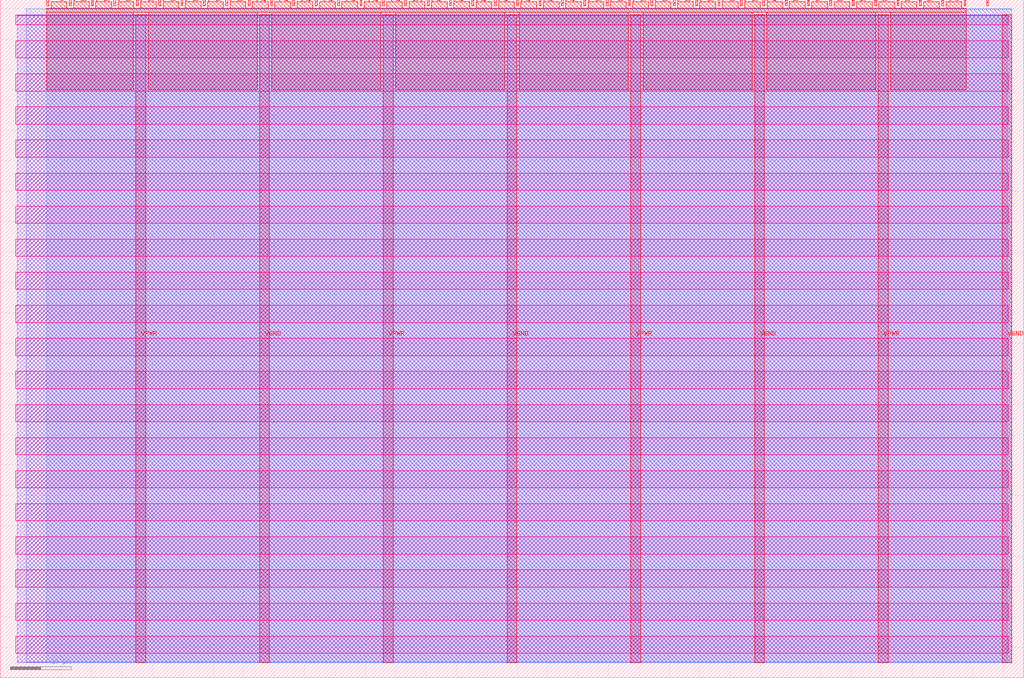
<source format=lef>
VERSION 5.7 ;
  NOWIREEXTENSIONATPIN ON ;
  DIVIDERCHAR "/" ;
  BUSBITCHARS "[]" ;
MACRO tt_um_marno_factorize
  CLASS BLOCK ;
  FOREIGN tt_um_marno_factorize ;
  ORIGIN 0.000 0.000 ;
  SIZE 168.360 BY 111.520 ;
  PIN VGND
    DIRECTION INOUT ;
    USE GROUND ;
    PORT
      LAYER met4 ;
        RECT 42.670 2.480 44.270 109.040 ;
    END
    PORT
      LAYER met4 ;
        RECT 83.380 2.480 84.980 109.040 ;
    END
    PORT
      LAYER met4 ;
        RECT 124.090 2.480 125.690 109.040 ;
    END
    PORT
      LAYER met4 ;
        RECT 164.800 2.480 166.400 109.040 ;
    END
  END VGND
  PIN VPWR
    DIRECTION INOUT ;
    USE POWER ;
    PORT
      LAYER met4 ;
        RECT 22.315 2.480 23.915 109.040 ;
    END
    PORT
      LAYER met4 ;
        RECT 63.025 2.480 64.625 109.040 ;
    END
    PORT
      LAYER met4 ;
        RECT 103.735 2.480 105.335 109.040 ;
    END
    PORT
      LAYER met4 ;
        RECT 144.445 2.480 146.045 109.040 ;
    END
  END VPWR
  PIN clk
    DIRECTION INPUT ;
    USE SIGNAL ;
    ANTENNAGATEAREA 0.852000 ;
    PORT
      LAYER met4 ;
        RECT 158.550 110.520 158.850 111.520 ;
    END
  END clk
  PIN ena
    DIRECTION INPUT ;
    USE SIGNAL ;
    PORT
      LAYER met4 ;
        RECT 162.230 110.520 162.530 111.520 ;
    END
  END ena
  PIN rst_n
    DIRECTION INPUT ;
    USE SIGNAL ;
    ANTENNAGATEAREA 0.159000 ;
    PORT
      LAYER met4 ;
        RECT 154.870 110.520 155.170 111.520 ;
    END
  END rst_n
  PIN ui_in[0]
    DIRECTION INPUT ;
    USE SIGNAL ;
    ANTENNAGATEAREA 0.213000 ;
    PORT
      LAYER met4 ;
        RECT 151.190 110.520 151.490 111.520 ;
    END
  END ui_in[0]
  PIN ui_in[1]
    DIRECTION INPUT ;
    USE SIGNAL ;
    ANTENNAGATEAREA 0.247500 ;
    PORT
      LAYER met4 ;
        RECT 147.510 110.520 147.810 111.520 ;
    END
  END ui_in[1]
  PIN ui_in[2]
    DIRECTION INPUT ;
    USE SIGNAL ;
    ANTENNAGATEAREA 0.159000 ;
    PORT
      LAYER met4 ;
        RECT 143.830 110.520 144.130 111.520 ;
    END
  END ui_in[2]
  PIN ui_in[3]
    DIRECTION INPUT ;
    USE SIGNAL ;
    ANTENNAGATEAREA 0.213000 ;
    PORT
      LAYER met4 ;
        RECT 140.150 110.520 140.450 111.520 ;
    END
  END ui_in[3]
  PIN ui_in[4]
    DIRECTION INPUT ;
    USE SIGNAL ;
    ANTENNAGATEAREA 0.196500 ;
    PORT
      LAYER met4 ;
        RECT 136.470 110.520 136.770 111.520 ;
    END
  END ui_in[4]
  PIN ui_in[5]
    DIRECTION INPUT ;
    USE SIGNAL ;
    ANTENNAGATEAREA 0.196500 ;
    PORT
      LAYER met4 ;
        RECT 132.790 110.520 133.090 111.520 ;
    END
  END ui_in[5]
  PIN ui_in[6]
    DIRECTION INPUT ;
    USE SIGNAL ;
    ANTENNAGATEAREA 0.213000 ;
    PORT
      LAYER met4 ;
        RECT 129.110 110.520 129.410 111.520 ;
    END
  END ui_in[6]
  PIN ui_in[7]
    DIRECTION INPUT ;
    USE SIGNAL ;
    ANTENNAGATEAREA 0.196500 ;
    PORT
      LAYER met4 ;
        RECT 125.430 110.520 125.730 111.520 ;
    END
  END ui_in[7]
  PIN uio_in[0]
    DIRECTION INPUT ;
    USE SIGNAL ;
    PORT
      LAYER met4 ;
        RECT 121.750 110.520 122.050 111.520 ;
    END
  END uio_in[0]
  PIN uio_in[1]
    DIRECTION INPUT ;
    USE SIGNAL ;
    PORT
      LAYER met4 ;
        RECT 118.070 110.520 118.370 111.520 ;
    END
  END uio_in[1]
  PIN uio_in[2]
    DIRECTION INPUT ;
    USE SIGNAL ;
    PORT
      LAYER met4 ;
        RECT 114.390 110.520 114.690 111.520 ;
    END
  END uio_in[2]
  PIN uio_in[3]
    DIRECTION INPUT ;
    USE SIGNAL ;
    PORT
      LAYER met4 ;
        RECT 110.710 110.520 111.010 111.520 ;
    END
  END uio_in[3]
  PIN uio_in[4]
    DIRECTION INPUT ;
    USE SIGNAL ;
    PORT
      LAYER met4 ;
        RECT 107.030 110.520 107.330 111.520 ;
    END
  END uio_in[4]
  PIN uio_in[5]
    DIRECTION INPUT ;
    USE SIGNAL ;
    PORT
      LAYER met4 ;
        RECT 103.350 110.520 103.650 111.520 ;
    END
  END uio_in[5]
  PIN uio_in[6]
    DIRECTION INPUT ;
    USE SIGNAL ;
    PORT
      LAYER met4 ;
        RECT 99.670 110.520 99.970 111.520 ;
    END
  END uio_in[6]
  PIN uio_in[7]
    DIRECTION INPUT ;
    USE SIGNAL ;
    PORT
      LAYER met4 ;
        RECT 95.990 110.520 96.290 111.520 ;
    END
  END uio_in[7]
  PIN uio_oe[0]
    DIRECTION OUTPUT TRISTATE ;
    USE SIGNAL ;
    PORT
      LAYER met4 ;
        RECT 33.430 110.520 33.730 111.520 ;
    END
  END uio_oe[0]
  PIN uio_oe[1]
    DIRECTION OUTPUT TRISTATE ;
    USE SIGNAL ;
    PORT
      LAYER met4 ;
        RECT 29.750 110.520 30.050 111.520 ;
    END
  END uio_oe[1]
  PIN uio_oe[2]
    DIRECTION OUTPUT TRISTATE ;
    USE SIGNAL ;
    PORT
      LAYER met4 ;
        RECT 26.070 110.520 26.370 111.520 ;
    END
  END uio_oe[2]
  PIN uio_oe[3]
    DIRECTION OUTPUT TRISTATE ;
    USE SIGNAL ;
    PORT
      LAYER met4 ;
        RECT 22.390 110.520 22.690 111.520 ;
    END
  END uio_oe[3]
  PIN uio_oe[4]
    DIRECTION OUTPUT TRISTATE ;
    USE SIGNAL ;
    PORT
      LAYER met4 ;
        RECT 18.710 110.520 19.010 111.520 ;
    END
  END uio_oe[4]
  PIN uio_oe[5]
    DIRECTION OUTPUT TRISTATE ;
    USE SIGNAL ;
    PORT
      LAYER met4 ;
        RECT 15.030 110.520 15.330 111.520 ;
    END
  END uio_oe[5]
  PIN uio_oe[6]
    DIRECTION OUTPUT TRISTATE ;
    USE SIGNAL ;
    PORT
      LAYER met4 ;
        RECT 11.350 110.520 11.650 111.520 ;
    END
  END uio_oe[6]
  PIN uio_oe[7]
    DIRECTION OUTPUT TRISTATE ;
    USE SIGNAL ;
    PORT
      LAYER met4 ;
        RECT 7.670 110.520 7.970 111.520 ;
    END
  END uio_oe[7]
  PIN uio_out[0]
    DIRECTION OUTPUT TRISTATE ;
    USE SIGNAL ;
    ANTENNADIFFAREA 0.445500 ;
    PORT
      LAYER met4 ;
        RECT 62.870 110.520 63.170 111.520 ;
    END
  END uio_out[0]
  PIN uio_out[1]
    DIRECTION OUTPUT TRISTATE ;
    USE SIGNAL ;
    ANTENNADIFFAREA 0.445500 ;
    PORT
      LAYER met4 ;
        RECT 59.190 110.520 59.490 111.520 ;
    END
  END uio_out[1]
  PIN uio_out[2]
    DIRECTION OUTPUT TRISTATE ;
    USE SIGNAL ;
    ANTENNADIFFAREA 0.445500 ;
    PORT
      LAYER met4 ;
        RECT 55.510 110.520 55.810 111.520 ;
    END
  END uio_out[2]
  PIN uio_out[3]
    DIRECTION OUTPUT TRISTATE ;
    USE SIGNAL ;
    ANTENNADIFFAREA 0.445500 ;
    PORT
      LAYER met4 ;
        RECT 51.830 110.520 52.130 111.520 ;
    END
  END uio_out[3]
  PIN uio_out[4]
    DIRECTION OUTPUT TRISTATE ;
    USE SIGNAL ;
    ANTENNADIFFAREA 0.445500 ;
    PORT
      LAYER met4 ;
        RECT 48.150 110.520 48.450 111.520 ;
    END
  END uio_out[4]
  PIN uio_out[5]
    DIRECTION OUTPUT TRISTATE ;
    USE SIGNAL ;
    ANTENNADIFFAREA 0.445500 ;
    PORT
      LAYER met4 ;
        RECT 44.470 110.520 44.770 111.520 ;
    END
  END uio_out[5]
  PIN uio_out[6]
    DIRECTION OUTPUT TRISTATE ;
    USE SIGNAL ;
    ANTENNADIFFAREA 0.445500 ;
    PORT
      LAYER met4 ;
        RECT 40.790 110.520 41.090 111.520 ;
    END
  END uio_out[6]
  PIN uio_out[7]
    DIRECTION OUTPUT TRISTATE ;
    USE SIGNAL ;
    ANTENNADIFFAREA 0.445500 ;
    PORT
      LAYER met4 ;
        RECT 37.110 110.520 37.410 111.520 ;
    END
  END uio_out[7]
  PIN uo_out[0]
    DIRECTION OUTPUT TRISTATE ;
    USE SIGNAL ;
    ANTENNADIFFAREA 0.891000 ;
    PORT
      LAYER met4 ;
        RECT 92.310 110.520 92.610 111.520 ;
    END
  END uo_out[0]
  PIN uo_out[1]
    DIRECTION OUTPUT TRISTATE ;
    USE SIGNAL ;
    ANTENNADIFFAREA 0.891000 ;
    PORT
      LAYER met4 ;
        RECT 88.630 110.520 88.930 111.520 ;
    END
  END uo_out[1]
  PIN uo_out[2]
    DIRECTION OUTPUT TRISTATE ;
    USE SIGNAL ;
    ANTENNADIFFAREA 0.891000 ;
    PORT
      LAYER met4 ;
        RECT 84.950 110.520 85.250 111.520 ;
    END
  END uo_out[2]
  PIN uo_out[3]
    DIRECTION OUTPUT TRISTATE ;
    USE SIGNAL ;
    ANTENNADIFFAREA 1.721000 ;
    PORT
      LAYER met4 ;
        RECT 81.270 110.520 81.570 111.520 ;
    END
  END uo_out[3]
  PIN uo_out[4]
    DIRECTION OUTPUT TRISTATE ;
    USE SIGNAL ;
    ANTENNADIFFAREA 1.431000 ;
    PORT
      LAYER met4 ;
        RECT 77.590 110.520 77.890 111.520 ;
    END
  END uo_out[4]
  PIN uo_out[5]
    DIRECTION OUTPUT TRISTATE ;
    USE SIGNAL ;
    ANTENNADIFFAREA 0.891000 ;
    PORT
      LAYER met4 ;
        RECT 73.910 110.520 74.210 111.520 ;
    END
  END uo_out[5]
  PIN uo_out[6]
    DIRECTION OUTPUT TRISTATE ;
    USE SIGNAL ;
    ANTENNADIFFAREA 0.891000 ;
    PORT
      LAYER met4 ;
        RECT 70.230 110.520 70.530 111.520 ;
    END
  END uo_out[6]
  PIN uo_out[7]
    DIRECTION OUTPUT TRISTATE ;
    USE SIGNAL ;
    ANTENNAGATEAREA 2.016000 ;
    ANTENNADIFFAREA 1.944000 ;
    PORT
      LAYER met4 ;
        RECT 66.550 110.520 66.850 111.520 ;
    END
  END uo_out[7]
  OBS
      LAYER nwell ;
        RECT 2.570 107.385 165.790 108.990 ;
        RECT 2.570 101.945 165.790 104.775 ;
        RECT 2.570 96.505 165.790 99.335 ;
        RECT 2.570 91.065 165.790 93.895 ;
        RECT 2.570 85.625 165.790 88.455 ;
        RECT 2.570 80.185 165.790 83.015 ;
        RECT 2.570 74.745 165.790 77.575 ;
        RECT 2.570 69.305 165.790 72.135 ;
        RECT 2.570 63.865 165.790 66.695 ;
        RECT 2.570 58.425 165.790 61.255 ;
        RECT 2.570 52.985 165.790 55.815 ;
        RECT 2.570 47.545 165.790 50.375 ;
        RECT 2.570 42.105 165.790 44.935 ;
        RECT 2.570 36.665 165.790 39.495 ;
        RECT 2.570 31.225 165.790 34.055 ;
        RECT 2.570 25.785 165.790 28.615 ;
        RECT 2.570 20.345 165.790 23.175 ;
        RECT 2.570 14.905 165.790 17.735 ;
        RECT 2.570 9.465 165.790 12.295 ;
        RECT 2.570 4.025 165.790 6.855 ;
      LAYER li1 ;
        RECT 2.760 2.635 165.600 108.885 ;
      LAYER met1 ;
        RECT 2.760 2.480 166.400 109.040 ;
      LAYER met2 ;
        RECT 4.240 2.535 166.370 110.005 ;
      LAYER met3 ;
        RECT 7.630 2.555 166.390 109.985 ;
      LAYER met4 ;
        RECT 8.370 110.120 10.950 111.170 ;
        RECT 12.050 110.120 14.630 111.170 ;
        RECT 15.730 110.120 18.310 111.170 ;
        RECT 19.410 110.120 21.990 111.170 ;
        RECT 23.090 110.120 25.670 111.170 ;
        RECT 26.770 110.120 29.350 111.170 ;
        RECT 30.450 110.120 33.030 111.170 ;
        RECT 34.130 110.120 36.710 111.170 ;
        RECT 37.810 110.120 40.390 111.170 ;
        RECT 41.490 110.120 44.070 111.170 ;
        RECT 45.170 110.120 47.750 111.170 ;
        RECT 48.850 110.120 51.430 111.170 ;
        RECT 52.530 110.120 55.110 111.170 ;
        RECT 56.210 110.120 58.790 111.170 ;
        RECT 59.890 110.120 62.470 111.170 ;
        RECT 63.570 110.120 66.150 111.170 ;
        RECT 67.250 110.120 69.830 111.170 ;
        RECT 70.930 110.120 73.510 111.170 ;
        RECT 74.610 110.120 77.190 111.170 ;
        RECT 78.290 110.120 80.870 111.170 ;
        RECT 81.970 110.120 84.550 111.170 ;
        RECT 85.650 110.120 88.230 111.170 ;
        RECT 89.330 110.120 91.910 111.170 ;
        RECT 93.010 110.120 95.590 111.170 ;
        RECT 96.690 110.120 99.270 111.170 ;
        RECT 100.370 110.120 102.950 111.170 ;
        RECT 104.050 110.120 106.630 111.170 ;
        RECT 107.730 110.120 110.310 111.170 ;
        RECT 111.410 110.120 113.990 111.170 ;
        RECT 115.090 110.120 117.670 111.170 ;
        RECT 118.770 110.120 121.350 111.170 ;
        RECT 122.450 110.120 125.030 111.170 ;
        RECT 126.130 110.120 128.710 111.170 ;
        RECT 129.810 110.120 132.390 111.170 ;
        RECT 133.490 110.120 136.070 111.170 ;
        RECT 137.170 110.120 139.750 111.170 ;
        RECT 140.850 110.120 143.430 111.170 ;
        RECT 144.530 110.120 147.110 111.170 ;
        RECT 148.210 110.120 150.790 111.170 ;
        RECT 151.890 110.120 154.470 111.170 ;
        RECT 155.570 110.120 158.150 111.170 ;
        RECT 7.655 109.440 158.865 110.120 ;
        RECT 7.655 96.735 21.915 109.440 ;
        RECT 24.315 96.735 42.270 109.440 ;
        RECT 44.670 96.735 62.625 109.440 ;
        RECT 65.025 96.735 82.980 109.440 ;
        RECT 85.380 96.735 103.335 109.440 ;
        RECT 105.735 96.735 123.690 109.440 ;
        RECT 126.090 96.735 144.045 109.440 ;
        RECT 146.445 96.735 158.865 109.440 ;
  END
END tt_um_marno_factorize
END LIBRARY


</source>
